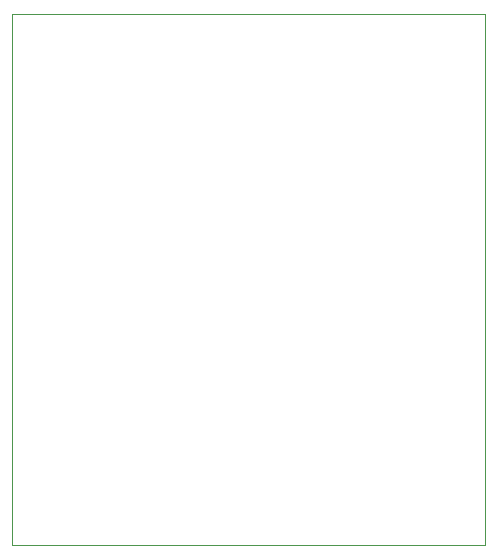
<source format=gm1>
G04 #@! TF.GenerationSoftware,KiCad,Pcbnew,(5.1.0)-1*
G04 #@! TF.CreationDate,2019-04-11T16:46:24+05:30*
G04 #@! TF.ProjectId,senseBe_rev3_main,73656e73-6542-4655-9f72-6576335f6d61,rev?*
G04 #@! TF.SameCoordinates,Original*
G04 #@! TF.FileFunction,Profile,NP*
%FSLAX46Y46*%
G04 Gerber Fmt 4.6, Leading zero omitted, Abs format (unit mm)*
G04 Created by KiCad (PCBNEW (5.1.0)-1) date 2019-04-11 16:46:24*
%MOMM*%
%LPD*%
G04 APERTURE LIST*
%ADD10C,0.050000*%
G04 APERTURE END LIST*
D10*
X50000000Y-10000000D02*
X10000000Y-10000000D01*
X50000000Y-55000000D02*
X50000000Y-10000000D01*
X10000000Y-55000000D02*
X50000000Y-55000000D01*
X10000000Y-10000000D02*
X10000000Y-55000000D01*
M02*

</source>
